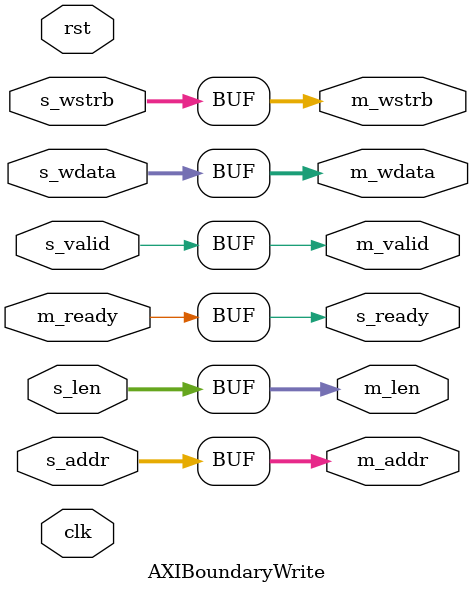
<source format=v>
`timescale 1ns/1ps
`include "global_defines.vh"

module AXIBoundaryWrite #(
    parameter ADDR_W = 0,
    parameter DATA_W = 32
  )
  (
    input s_valid,
    output s_ready,
    input [ADDR_W-1:0] s_addr,
    input [DATA_W-1:0] s_wdata,
    input [(DATA_W / 8)-1:0] s_wstrb,
    input [7:0] s_len,

    output m_valid,
    input m_ready,
    output [ADDR_W-1:0] m_addr,
    output [DATA_W-1:0] m_wdata,
    output [(DATA_W / 8)-1:0] m_wstrb,
    output [7:0] m_len,

    input clk,
    input rst
  );

assign m_valid = s_valid;
assign s_ready = m_ready;
assign m_addr = s_addr;
assign m_wdata = s_wdata;
assign m_wstrb = s_wstrb;
assign m_len = s_len;

/*
wire [ADDR_W-1:0] addr_boundary = {s_addr[ADDR_W-1:12],12'h0};
wire [ADDR_W-1:0] start_addr = {s_addr[ADDR_W-1:2],2'b00};
wire [ADDR_W-1:0] end_addr = (start_addr + (s_len + 1) * 4);

wire need_to_split = (end_addr > addr_boundary);

wire [7:0] before_split_len = ((~start_addr[9:0]) >> 2) - 1;
wire [7:0] after_split_len = (len - before_split_len + 1);

reg do_split;
reg did_split;
always @(posedge clk,posedge rst)
begin
  if(rst) begin
    do_split <= 1'b0;
    did_split <= 1'b0;
  end else begin

  end
end

always @*
begin
    m_addr = 0;
    m_len = 0;
    valid = 1'b0;
    enable_transfer = 1'b0;

    if(need_to_split) begin
      

    end else begin
      m_valid = s_valid;
      s_ready = m_ready;
      m_addr = s_addr;
      m_wdata = s_wdata;
      m_wstrb = s_wstrb;
      m_len = s_len;
    end
end
*/

endmodule
</source>
